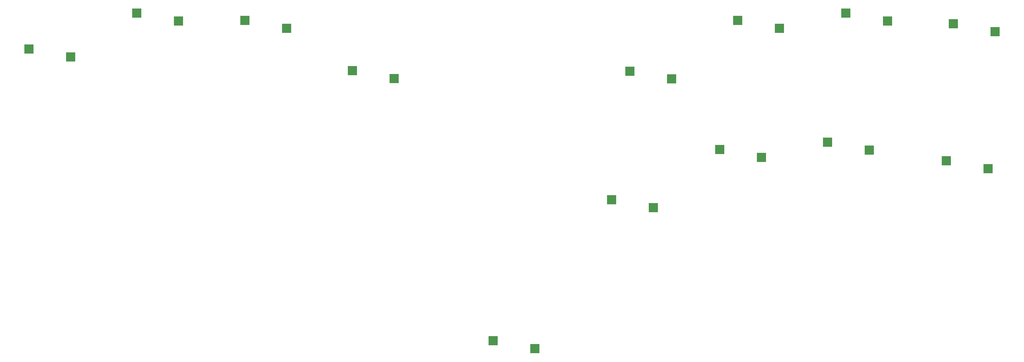
<source format=gbp>
G04 #@! TF.GenerationSoftware,KiCad,Pcbnew,7.0.5*
G04 #@! TF.CreationDate,2023-09-08T18:01:39-04:00*
G04 #@! TF.ProjectId,Rory Hitbox Full Pcb,526f7279-2048-4697-9462-6f782046756c,rev?*
G04 #@! TF.SameCoordinates,Original*
G04 #@! TF.FileFunction,Paste,Bot*
G04 #@! TF.FilePolarity,Positive*
%FSLAX46Y46*%
G04 Gerber Fmt 4.6, Leading zero omitted, Abs format (unit mm)*
G04 Created by KiCad (PCBNEW 7.0.5) date 2023-09-08 18:01:39*
%MOMM*%
%LPD*%
G01*
G04 APERTURE LIST*
%ADD10R,2.600000X2.600000*%
G04 APERTURE END LIST*
D10*
X602700000Y-73300000D03*
X614300000Y-75500000D03*
X405800000Y-72400000D03*
X417400000Y-74600000D03*
X507700000Y-122300000D03*
X519300000Y-124500000D03*
X345800000Y-80400000D03*
X357400000Y-82600000D03*
X486400000Y-163700000D03*
X474800000Y-161500000D03*
X567800000Y-106300000D03*
X579400000Y-108500000D03*
X542800000Y-72400000D03*
X554400000Y-74600000D03*
X375700000Y-70400000D03*
X387300000Y-72600000D03*
X435700000Y-86400000D03*
X447300000Y-88600000D03*
X600800000Y-111400000D03*
X612400000Y-113600000D03*
X512800000Y-86500000D03*
X524400000Y-88700000D03*
X572800000Y-70400000D03*
X584400000Y-72600000D03*
X537800000Y-108300000D03*
X549400000Y-110500000D03*
M02*

</source>
